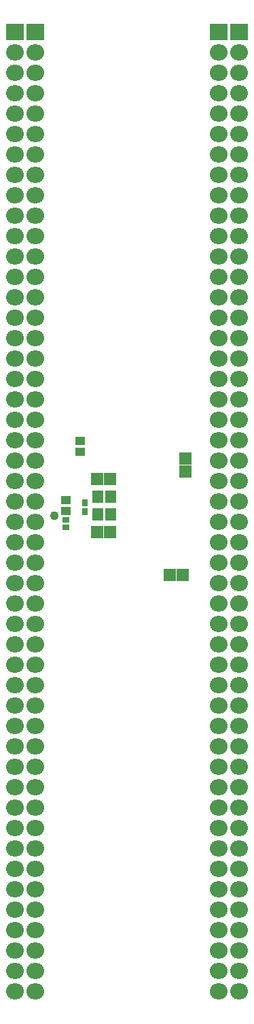
<source format=gbs>
G04*
G04 #@! TF.GenerationSoftware,Altium Limited,Altium Designer,21.8.1 (53)*
G04*
G04 Layer_Color=16711935*
%FSLAX25Y25*%
%MOIN*%
G70*
G04*
G04 #@! TF.SameCoordinates,602FFC17-E96E-42ED-876F-BF2310913D4F*
G04*
G04*
G04 #@! TF.FilePolarity,Negative*
G04*
G01*
G75*
%ADD20R,0.03320X0.03162*%
%ADD23O,0.08674X0.07887*%
%ADD24R,0.08674X0.07887*%
%ADD38R,0.04540X0.04147*%
%ADD39R,0.03162X0.03753*%
%ADD40R,0.05918X0.06312*%
%ADD41R,0.05524X0.06312*%
%ADD42R,0.06312X0.05918*%
%ADD43C,0.04332*%
D20*
X357500Y338035D02*
D03*
Y341500D02*
D03*
D23*
X442500Y110500D02*
D03*
Y120500D02*
D03*
Y130500D02*
D03*
Y140500D02*
D03*
Y150500D02*
D03*
Y160500D02*
D03*
Y180500D02*
D03*
Y170500D02*
D03*
Y200500D02*
D03*
Y190500D02*
D03*
Y220500D02*
D03*
Y210500D02*
D03*
Y240500D02*
D03*
Y230500D02*
D03*
Y260500D02*
D03*
Y250500D02*
D03*
Y280500D02*
D03*
Y270500D02*
D03*
Y300500D02*
D03*
Y290500D02*
D03*
Y320500D02*
D03*
Y310500D02*
D03*
Y340500D02*
D03*
Y330500D02*
D03*
Y360500D02*
D03*
Y350500D02*
D03*
Y380500D02*
D03*
Y370500D02*
D03*
Y400500D02*
D03*
Y390500D02*
D03*
Y420500D02*
D03*
Y410500D02*
D03*
Y440500D02*
D03*
Y430500D02*
D03*
Y460500D02*
D03*
Y450500D02*
D03*
Y480500D02*
D03*
Y470500D02*
D03*
Y500500D02*
D03*
Y490500D02*
D03*
Y520500D02*
D03*
Y510500D02*
D03*
Y540500D02*
D03*
Y530500D02*
D03*
Y560500D02*
D03*
Y550500D02*
D03*
Y570500D02*
D03*
X432500Y240500D02*
D03*
Y260500D02*
D03*
Y250500D02*
D03*
Y280500D02*
D03*
Y270500D02*
D03*
Y300500D02*
D03*
Y290500D02*
D03*
Y320500D02*
D03*
Y310500D02*
D03*
Y340500D02*
D03*
Y330500D02*
D03*
Y350500D02*
D03*
X332500Y570500D02*
D03*
Y550500D02*
D03*
Y560500D02*
D03*
Y530500D02*
D03*
Y540500D02*
D03*
Y510500D02*
D03*
Y520500D02*
D03*
Y490500D02*
D03*
Y500500D02*
D03*
Y470500D02*
D03*
Y480500D02*
D03*
Y450500D02*
D03*
Y460500D02*
D03*
Y430500D02*
D03*
Y440500D02*
D03*
Y410500D02*
D03*
Y420500D02*
D03*
Y390500D02*
D03*
Y400500D02*
D03*
Y370500D02*
D03*
Y380500D02*
D03*
Y350500D02*
D03*
Y360500D02*
D03*
Y330500D02*
D03*
Y340500D02*
D03*
Y310500D02*
D03*
Y320500D02*
D03*
Y290500D02*
D03*
Y300500D02*
D03*
Y270500D02*
D03*
Y280500D02*
D03*
Y250500D02*
D03*
Y260500D02*
D03*
Y230500D02*
D03*
Y240500D02*
D03*
Y210500D02*
D03*
Y220500D02*
D03*
Y190500D02*
D03*
Y200500D02*
D03*
Y170500D02*
D03*
Y180500D02*
D03*
Y160500D02*
D03*
Y150500D02*
D03*
Y140500D02*
D03*
Y130500D02*
D03*
Y120500D02*
D03*
Y110500D02*
D03*
X342500D02*
D03*
Y120500D02*
D03*
Y130500D02*
D03*
Y140500D02*
D03*
Y150500D02*
D03*
Y160500D02*
D03*
Y180500D02*
D03*
Y170500D02*
D03*
Y200500D02*
D03*
Y190500D02*
D03*
Y220500D02*
D03*
Y210500D02*
D03*
Y240500D02*
D03*
Y230500D02*
D03*
Y260500D02*
D03*
Y250500D02*
D03*
Y280500D02*
D03*
Y270500D02*
D03*
Y300500D02*
D03*
Y290500D02*
D03*
Y320500D02*
D03*
Y310500D02*
D03*
Y340500D02*
D03*
Y330500D02*
D03*
Y360500D02*
D03*
Y350500D02*
D03*
Y380500D02*
D03*
Y370500D02*
D03*
Y400500D02*
D03*
Y390500D02*
D03*
Y420500D02*
D03*
Y410500D02*
D03*
Y440500D02*
D03*
Y430500D02*
D03*
Y460500D02*
D03*
Y450500D02*
D03*
Y480500D02*
D03*
Y470500D02*
D03*
Y500500D02*
D03*
Y490500D02*
D03*
Y520500D02*
D03*
Y510500D02*
D03*
Y540500D02*
D03*
Y530500D02*
D03*
Y560500D02*
D03*
Y550500D02*
D03*
Y570500D02*
D03*
X432500Y110500D02*
D03*
Y120500D02*
D03*
Y130500D02*
D03*
Y140500D02*
D03*
Y150500D02*
D03*
Y160500D02*
D03*
Y180500D02*
D03*
Y170500D02*
D03*
Y200500D02*
D03*
Y190500D02*
D03*
Y220500D02*
D03*
Y210500D02*
D03*
Y230500D02*
D03*
Y360500D02*
D03*
Y380500D02*
D03*
Y370500D02*
D03*
Y400500D02*
D03*
Y390500D02*
D03*
Y420500D02*
D03*
Y410500D02*
D03*
Y440500D02*
D03*
Y430500D02*
D03*
Y460500D02*
D03*
Y450500D02*
D03*
Y480500D02*
D03*
Y470500D02*
D03*
Y500500D02*
D03*
Y490500D02*
D03*
Y520500D02*
D03*
Y510500D02*
D03*
Y540500D02*
D03*
Y530500D02*
D03*
Y560500D02*
D03*
Y550500D02*
D03*
Y570500D02*
D03*
D24*
X442500Y580500D02*
D03*
X332500D02*
D03*
X342500D02*
D03*
X432500D02*
D03*
D38*
X364500Y380118D02*
D03*
Y375000D02*
D03*
X357500Y346000D02*
D03*
Y351118D02*
D03*
D39*
X367000Y350028D02*
D03*
Y345500D02*
D03*
D40*
X373000Y335500D02*
D03*
X379299D02*
D03*
Y361500D02*
D03*
X373000D02*
D03*
X414799Y314500D02*
D03*
X408500D02*
D03*
D41*
X379650Y352831D02*
D03*
X373350D02*
D03*
X379650Y344169D02*
D03*
X373350D02*
D03*
D42*
X416300Y365350D02*
D03*
Y371650D02*
D03*
D43*
X351717Y343635D02*
D03*
M02*

</source>
